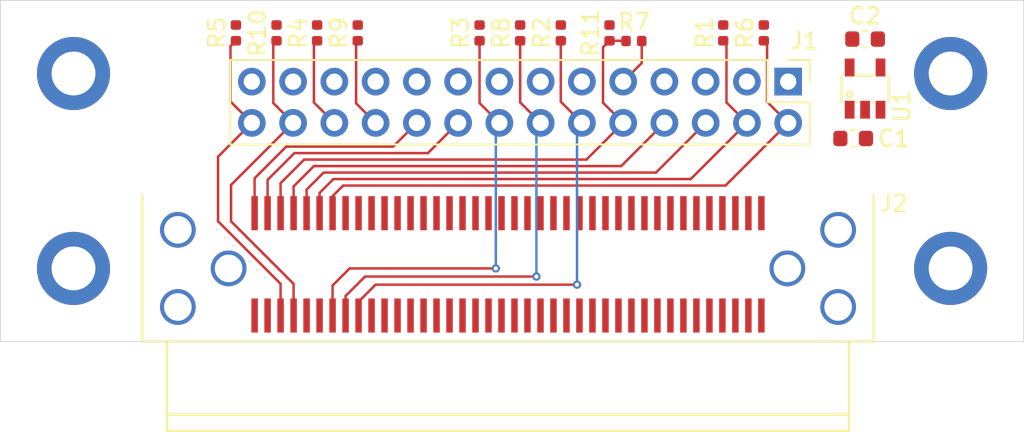
<source format=kicad_pcb>
(kicad_pcb (version 20171130) (host pcbnew 5.1.2-f72e74a~84~ubuntu18.04.1)

  (general
    (thickness 1.6)
    (drawings 4)
    (tracks 86)
    (zones 0)
    (modules 20)
    (nets 76)
  )

  (page A4)
  (layers
    (0 F.Cu signal)
    (31 B.Cu signal)
    (36 B.SilkS user)
    (37 F.SilkS user)
    (38 B.Mask user)
    (39 F.Mask user)
    (44 Edge.Cuts user)
    (45 Margin user)
    (46 B.CrtYd user)
    (47 F.CrtYd user)
  )

  (setup
    (last_trace_width 0.1524)
    (trace_clearance 0.1524)
    (zone_clearance 0.508)
    (zone_45_only no)
    (trace_min 0.1524)
    (via_size 0.508)
    (via_drill 0.254)
    (via_min_size 0.508)
    (via_min_drill 0.254)
    (uvia_size 0.3)
    (uvia_drill 0.1)
    (uvias_allowed no)
    (uvia_min_size 0.2)
    (uvia_min_drill 0.1)
    (edge_width 0.05)
    (segment_width 0.2)
    (pcb_text_width 0.3)
    (pcb_text_size 1.5 1.5)
    (mod_edge_width 0.12)
    (mod_text_size 1 1)
    (mod_text_width 0.15)
    (pad_size 4.5 4.5)
    (pad_drill 2.7)
    (pad_to_mask_clearance 0.051)
    (solder_mask_min_width 0.25)
    (aux_axis_origin 0 0)
    (grid_origin 105 135)
    (visible_elements FFFFFF7F)
    (pcbplotparams
      (layerselection 0x010fc_ffffffff)
      (usegerberextensions false)
      (usegerberattributes false)
      (usegerberadvancedattributes false)
      (creategerberjobfile false)
      (excludeedgelayer true)
      (linewidth 0.100000)
      (plotframeref false)
      (viasonmask false)
      (mode 1)
      (useauxorigin false)
      (hpglpennumber 1)
      (hpglpenspeed 20)
      (hpglpendiameter 15.000000)
      (psnegative false)
      (psa4output false)
      (plotreference true)
      (plotvalue true)
      (plotinvisibletext false)
      (padsonsilk false)
      (subtractmaskfromsilk false)
      (outputformat 1)
      (mirror false)
      (drillshape 1)
      (scaleselection 1)
      (outputdirectory ""))
  )

  (net 0 "")
  (net 1 GND)
  (net 2 +5V)
  (net 3 +3V3)
  (net 4 /~PGA_CS_1)
  (net 5 /~PGA_CS_2)
  (net 6 /~PGA_CS_3)
  (net 7 /~PGA_CS_4)
  (net 8 /FE_SDIO)
  (net 9 /FE_SCLK)
  (net 10 /FE_SCL)
  (net 11 /FE_SDA)
  (net 12 /~PLL_LE)
  (net 13 /~ADC_CS)
  (net 14 /ADC_PLL_SDIO)
  (net 15 /ADC_PLL_SCLK)
  (net 16 /~ADC_RST)
  (net 17 /ADC_PD)
  (net 18 "Net-(J2-Pad75)")
  (net 19 "Net-(J2-Pad74)")
  (net 20 "Net-(J2-Pad73)")
  (net 21 "Net-(J2-Pad72)")
  (net 22 "Net-(J2-Pad71)")
  (net 23 "Net-(J2-Pad70)")
  (net 24 "Net-(J2-Pad69)")
  (net 25 "Net-(J2-Pad68)")
  (net 26 "Net-(J2-Pad67)")
  (net 27 "Net-(J2-Pad66)")
  (net 28 "Net-(J2-Pad65)")
  (net 29 "Net-(J2-Pad64)")
  (net 30 "Net-(J2-Pad63)")
  (net 31 "Net-(J2-Pad62)")
  (net 32 "Net-(J2-Pad61)")
  (net 33 "Net-(J2-Pad60)")
  (net 34 "Net-(J2-Pad59)")
  (net 35 "Net-(J2-Pad58)")
  (net 36 "Net-(J2-Pad57)")
  (net 37 "Net-(J2-Pad56)")
  (net 38 "Net-(J2-Pad55)")
  (net 39 "Net-(J2-Pad54)")
  (net 40 "Net-(J2-Pad53)")
  (net 41 "Net-(J2-Pad52)")
  (net 42 "Net-(J2-Pad51)")
  (net 43 "Net-(J2-Pad50)")
  (net 44 "Net-(J2-Pad31)")
  (net 45 "Net-(J2-Pad30)")
  (net 46 "Net-(J2-Pad29)")
  (net 47 "Net-(J2-Pad28)")
  (net 48 "Net-(J2-Pad27)")
  (net 49 "Net-(J2-Pad26)")
  (net 50 "Net-(J2-Pad25)")
  (net 51 "Net-(J2-Pad24)")
  (net 52 "Net-(J2-Pad23)")
  (net 53 "Net-(J2-Pad22)")
  (net 54 "Net-(J2-Pad1)")
  (net 55 "Net-(J2-Pad2)")
  (net 56 "Net-(J2-Pad3)")
  (net 57 "Net-(J2-Pad4)")
  (net 58 "Net-(J2-Pad5)")
  (net 59 "Net-(J2-Pad6)")
  (net 60 "Net-(J2-Pad7)")
  (net 61 "Net-(J2-Pad8)")
  (net 62 "Net-(J2-Pad9)")
  (net 63 "Net-(J2-Pad10)")
  (net 64 "Net-(J2-Pad11)")
  (net 65 "Net-(J2-Pad12)")
  (net 66 "Net-(J2-Pad13)")
  (net 67 "Net-(J2-Pad14)")
  (net 68 "Net-(J2-Pad15)")
  (net 69 "Net-(J2-Pad16)")
  (net 70 "Net-(J2-Pad17)")
  (net 71 "Net-(J2-Pad18)")
  (net 72 "Net-(J2-Pad19)")
  (net 73 "Net-(J2-Pad21)")
  (net 74 "Net-(J2-Pad20)")
  (net 75 "Net-(U1-Pad4)")

  (net_class Default "This is the default net class."
    (clearance 0.1524)
    (trace_width 0.1524)
    (via_dia 0.508)
    (via_drill 0.254)
    (uvia_dia 0.3)
    (uvia_drill 0.1)
    (add_net +3V3)
    (add_net +5V)
    (add_net /ADC_PD)
    (add_net /ADC_PLL_SCLK)
    (add_net /ADC_PLL_SDIO)
    (add_net /FE_SCL)
    (add_net /FE_SCLK)
    (add_net /FE_SDA)
    (add_net /FE_SDIO)
    (add_net /~ADC_CS)
    (add_net /~ADC_RST)
    (add_net /~PGA_CS_1)
    (add_net /~PGA_CS_2)
    (add_net /~PGA_CS_3)
    (add_net /~PGA_CS_4)
    (add_net /~PLL_LE)
    (add_net GND)
    (add_net "Net-(J2-Pad1)")
    (add_net "Net-(J2-Pad10)")
    (add_net "Net-(J2-Pad11)")
    (add_net "Net-(J2-Pad12)")
    (add_net "Net-(J2-Pad13)")
    (add_net "Net-(J2-Pad14)")
    (add_net "Net-(J2-Pad15)")
    (add_net "Net-(J2-Pad16)")
    (add_net "Net-(J2-Pad17)")
    (add_net "Net-(J2-Pad18)")
    (add_net "Net-(J2-Pad19)")
    (add_net "Net-(J2-Pad2)")
    (add_net "Net-(J2-Pad20)")
    (add_net "Net-(J2-Pad21)")
    (add_net "Net-(J2-Pad22)")
    (add_net "Net-(J2-Pad23)")
    (add_net "Net-(J2-Pad24)")
    (add_net "Net-(J2-Pad25)")
    (add_net "Net-(J2-Pad26)")
    (add_net "Net-(J2-Pad27)")
    (add_net "Net-(J2-Pad28)")
    (add_net "Net-(J2-Pad29)")
    (add_net "Net-(J2-Pad3)")
    (add_net "Net-(J2-Pad30)")
    (add_net "Net-(J2-Pad31)")
    (add_net "Net-(J2-Pad4)")
    (add_net "Net-(J2-Pad5)")
    (add_net "Net-(J2-Pad50)")
    (add_net "Net-(J2-Pad51)")
    (add_net "Net-(J2-Pad52)")
    (add_net "Net-(J2-Pad53)")
    (add_net "Net-(J2-Pad54)")
    (add_net "Net-(J2-Pad55)")
    (add_net "Net-(J2-Pad56)")
    (add_net "Net-(J2-Pad57)")
    (add_net "Net-(J2-Pad58)")
    (add_net "Net-(J2-Pad59)")
    (add_net "Net-(J2-Pad6)")
    (add_net "Net-(J2-Pad60)")
    (add_net "Net-(J2-Pad61)")
    (add_net "Net-(J2-Pad62)")
    (add_net "Net-(J2-Pad63)")
    (add_net "Net-(J2-Pad64)")
    (add_net "Net-(J2-Pad65)")
    (add_net "Net-(J2-Pad66)")
    (add_net "Net-(J2-Pad67)")
    (add_net "Net-(J2-Pad68)")
    (add_net "Net-(J2-Pad69)")
    (add_net "Net-(J2-Pad7)")
    (add_net "Net-(J2-Pad70)")
    (add_net "Net-(J2-Pad71)")
    (add_net "Net-(J2-Pad72)")
    (add_net "Net-(J2-Pad73)")
    (add_net "Net-(J2-Pad74)")
    (add_net "Net-(J2-Pad75)")
    (add_net "Net-(J2-Pad8)")
    (add_net "Net-(J2-Pad9)")
    (add_net "Net-(U1-Pad4)")
  )

  (module Capacitor_SMD:C_0402_1005Metric (layer F.Cu) (tedit 5B301BBE) (tstamp 5D199D1F)
    (at 142.5 116 90)
    (descr "Capacitor SMD 0402 (1005 Metric), square (rectangular) end terminal, IPC_7351 nominal, (Body size source: http://www.tortai-tech.com/upload/download/2011102023233369053.pdf), generated with kicad-footprint-generator")
    (tags capacitor)
    (path /5D1D24C6)
    (attr smd)
    (fp_text reference R11 (at 0 -1.17 90) (layer F.SilkS)
      (effects (font (size 1 1) (thickness 0.15)))
    )
    (fp_text value 10k (at 0 1.17 90) (layer F.Fab)
      (effects (font (size 1 1) (thickness 0.15)))
    )
    (fp_text user %R (at 0 0 90) (layer F.Fab)
      (effects (font (size 0.25 0.25) (thickness 0.04)))
    )
    (fp_line (start 0.93 0.47) (end -0.93 0.47) (layer F.CrtYd) (width 0.05))
    (fp_line (start 0.93 -0.47) (end 0.93 0.47) (layer F.CrtYd) (width 0.05))
    (fp_line (start -0.93 -0.47) (end 0.93 -0.47) (layer F.CrtYd) (width 0.05))
    (fp_line (start -0.93 0.47) (end -0.93 -0.47) (layer F.CrtYd) (width 0.05))
    (fp_line (start 0.5 0.25) (end -0.5 0.25) (layer F.Fab) (width 0.1))
    (fp_line (start 0.5 -0.25) (end 0.5 0.25) (layer F.Fab) (width 0.1))
    (fp_line (start -0.5 -0.25) (end 0.5 -0.25) (layer F.Fab) (width 0.1))
    (fp_line (start -0.5 0.25) (end -0.5 -0.25) (layer F.Fab) (width 0.1))
    (pad 2 smd roundrect (at 0.485 0 90) (size 0.59 0.64) (layers F.Cu F.Paste F.Mask) (roundrect_rratio 0.25)
      (net 3 +3V3))
    (pad 1 smd roundrect (at -0.485 0 90) (size 0.59 0.64) (layers F.Cu F.Paste F.Mask) (roundrect_rratio 0.25)
      (net 13 /~ADC_CS))
    (model ${KISYS3DMOD}/Capacitor_SMD.3dshapes/C_0402_1005Metric.wrl
      (at (xyz 0 0 0))
      (scale (xyz 1 1 1))
      (rotate (xyz 0 0 0))
    )
  )

  (module DSO:FX18-80P-0.8SH (layer F.Cu) (tedit 5B5E0A2F) (tstamp 5D193B4E)
    (at 136.25 130.5 180)
    (path /5D023285)
    (fp_text reference J2 (at -23.75 4) (layer F.SilkS)
      (effects (font (size 1 1) (thickness 0.15)))
    )
    (fp_text value FX18-80P-0.8SH (at -7.5 7) (layer F.Fab)
      (effects (font (size 1 1) (thickness 0.15)))
    )
    (fp_line (start 22.5 4.5) (end 22.5 -4) (layer F.SilkS) (width 0.15))
    (fp_line (start -22.5 4.5) (end -22.5 -4) (layer F.SilkS) (width 0.15))
    (fp_line (start -22.5 -4.5) (end -22.5 -4) (layer F.SilkS) (width 0.15))
    (fp_line (start 22.5 -4.5) (end -22.5 -4.5) (layer F.SilkS) (width 0.15))
    (fp_line (start 22.5 -4) (end 22.5 -4.5) (layer F.SilkS) (width 0.15))
    (fp_line (start -21 -4.5) (end -21 -5) (layer F.SilkS) (width 0.15))
    (fp_line (start 21 -4.5) (end 21 -5) (layer F.SilkS) (width 0.15))
    (fp_line (start 21 -10) (end 21 -4.5) (layer F.SilkS) (width 0.15))
    (fp_line (start -21 -10) (end 21 -10) (layer F.SilkS) (width 0.15))
    (fp_line (start -21 -4.5) (end -21 -10) (layer F.SilkS) (width 0.15))
    (fp_line (start -21 -9) (end 21 -9) (layer F.SilkS) (width 0.15))
    (pad 80 smd rect (at -15.6 -2.9 180) (size 0.4 2.1) (layers F.Cu F.Paste F.Mask)
      (net 1 GND))
    (pad 79 smd rect (at -14.8 -2.9 180) (size 0.4 2.1) (layers F.Cu F.Paste F.Mask)
      (net 1 GND))
    (pad 78 smd rect (at -14 -2.9 180) (size 0.4 2.1) (layers F.Cu F.Paste F.Mask)
      (net 1 GND))
    (pad 77 smd rect (at -13.2 -2.9 180) (size 0.4 2.1) (layers F.Cu F.Paste F.Mask)
      (net 1 GND))
    (pad 76 smd rect (at -12.4 -2.9 180) (size 0.4 2.1) (layers F.Cu F.Paste F.Mask)
      (net 2 +5V))
    (pad 75 smd rect (at -11.6 -2.9 180) (size 0.4 2.1) (layers F.Cu F.Paste F.Mask)
      (net 18 "Net-(J2-Pad75)"))
    (pad 74 smd rect (at -10.8 -2.9 180) (size 0.4 2.1) (layers F.Cu F.Paste F.Mask)
      (net 19 "Net-(J2-Pad74)"))
    (pad 73 smd rect (at -10 -2.9 180) (size 0.4 2.1) (layers F.Cu F.Paste F.Mask)
      (net 20 "Net-(J2-Pad73)"))
    (pad 72 smd rect (at -9.2 -2.9 180) (size 0.4 2.1) (layers F.Cu F.Paste F.Mask)
      (net 21 "Net-(J2-Pad72)"))
    (pad 71 smd rect (at -8.4 -2.9 180) (size 0.4 2.1) (layers F.Cu F.Paste F.Mask)
      (net 22 "Net-(J2-Pad71)"))
    (pad 70 smd rect (at -7.6 -2.9 180) (size 0.4 2.1) (layers F.Cu F.Paste F.Mask)
      (net 23 "Net-(J2-Pad70)"))
    (pad 69 smd rect (at -6.8 -2.9 180) (size 0.4 2.1) (layers F.Cu F.Paste F.Mask)
      (net 24 "Net-(J2-Pad69)"))
    (pad 68 smd rect (at -6 -2.9 180) (size 0.4 2.1) (layers F.Cu F.Paste F.Mask)
      (net 25 "Net-(J2-Pad68)"))
    (pad 67 smd rect (at -5.2 -2.9 180) (size 0.4 2.1) (layers F.Cu F.Paste F.Mask)
      (net 26 "Net-(J2-Pad67)"))
    (pad 66 smd rect (at -4.4 -2.9 180) (size 0.4 2.1) (layers F.Cu F.Paste F.Mask)
      (net 27 "Net-(J2-Pad66)"))
    (pad 65 smd rect (at -3.6 -2.9 180) (size 0.4 2.1) (layers F.Cu F.Paste F.Mask)
      (net 28 "Net-(J2-Pad65)"))
    (pad 64 smd rect (at -2.8 -2.9 180) (size 0.4 2.1) (layers F.Cu F.Paste F.Mask)
      (net 29 "Net-(J2-Pad64)"))
    (pad 63 smd rect (at -2 -2.9 180) (size 0.4 2.1) (layers F.Cu F.Paste F.Mask)
      (net 30 "Net-(J2-Pad63)"))
    (pad 62 smd rect (at -1.2 -2.9 180) (size 0.4 2.1) (layers F.Cu F.Paste F.Mask)
      (net 31 "Net-(J2-Pad62)"))
    (pad 61 smd rect (at -0.4 -2.9 180) (size 0.4 2.1) (layers F.Cu F.Paste F.Mask)
      (net 32 "Net-(J2-Pad61)"))
    (pad 60 smd rect (at 0.4 -2.9 180) (size 0.4 2.1) (layers F.Cu F.Paste F.Mask)
      (net 33 "Net-(J2-Pad60)"))
    (pad 59 smd rect (at 1.2 -2.9 180) (size 0.4 2.1) (layers F.Cu F.Paste F.Mask)
      (net 34 "Net-(J2-Pad59)"))
    (pad 58 smd rect (at 2 -2.9 180) (size 0.4 2.1) (layers F.Cu F.Paste F.Mask)
      (net 35 "Net-(J2-Pad58)"))
    (pad 57 smd rect (at 2.8 -2.9 180) (size 0.4 2.1) (layers F.Cu F.Paste F.Mask)
      (net 36 "Net-(J2-Pad57)"))
    (pad 56 smd rect (at 3.6 -2.9 180) (size 0.4 2.1) (layers F.Cu F.Paste F.Mask)
      (net 37 "Net-(J2-Pad56)"))
    (pad 55 smd rect (at 4.4 -2.9 180) (size 0.4 2.1) (layers F.Cu F.Paste F.Mask)
      (net 38 "Net-(J2-Pad55)"))
    (pad 54 smd rect (at 5.2 -2.9 180) (size 0.4 2.1) (layers F.Cu F.Paste F.Mask)
      (net 39 "Net-(J2-Pad54)"))
    (pad 53 smd rect (at 6 -2.9 180) (size 0.4 2.1) (layers F.Cu F.Paste F.Mask)
      (net 40 "Net-(J2-Pad53)"))
    (pad 52 smd rect (at 6.8 -2.9 180) (size 0.4 2.1) (layers F.Cu F.Paste F.Mask)
      (net 41 "Net-(J2-Pad52)"))
    (pad 51 smd rect (at 7.6 -2.9 180) (size 0.4 2.1) (layers F.Cu F.Paste F.Mask)
      (net 42 "Net-(J2-Pad51)"))
    (pad 50 smd rect (at 8.4 -2.9 180) (size 0.4 2.1) (layers F.Cu F.Paste F.Mask)
      (net 43 "Net-(J2-Pad50)"))
    (pad 49 smd rect (at 9.2 -2.9 180) (size 0.4 2.1) (layers F.Cu F.Paste F.Mask)
      (net 12 /~PLL_LE))
    (pad 48 smd rect (at 10 -2.9 180) (size 0.4 2.1) (layers F.Cu F.Paste F.Mask)
      (net 11 /FE_SDA))
    (pad 47 smd rect (at 10.8 -2.9 180) (size 0.4 2.1) (layers F.Cu F.Paste F.Mask)
      (net 10 /FE_SCL))
    (pad 46 smd rect (at 11.6 -2.9 180) (size 0.4 2.1) (layers F.Cu F.Paste F.Mask)
      (net 7 /~PGA_CS_4))
    (pad 45 smd rect (at 12.4 -2.9 180) (size 0.4 2.1) (layers F.Cu F.Paste F.Mask)
      (net 6 /~PGA_CS_3))
    (pad 44 smd rect (at 13.2 -2.9 180) (size 0.4 2.1) (layers F.Cu F.Paste F.Mask)
      (net 5 /~PGA_CS_2))
    (pad 43 smd rect (at 14 -2.9 180) (size 0.4 2.1) (layers F.Cu F.Paste F.Mask)
      (net 4 /~PGA_CS_1))
    (pad 42 smd rect (at 14.8 -2.9 180) (size 0.4 2.1) (layers F.Cu F.Paste F.Mask)
      (net 1 GND))
    (pad 41 smd rect (at 15.6 -2.9 180) (size 0.4 2.1) (layers F.Cu F.Paste F.Mask)
      (net 1 GND))
    (pad 40 smd rect (at 15.6 3.4 180) (size 0.4 2.1) (layers F.Cu F.Paste F.Mask)
      (net 8 /FE_SDIO))
    (pad 39 smd rect (at 14.8 3.4 180) (size 0.4 2.1) (layers F.Cu F.Paste F.Mask)
      (net 9 /FE_SCLK))
    (pad 38 smd rect (at 14 3.4 180) (size 0.4 2.1) (layers F.Cu F.Paste F.Mask)
      (net 13 /~ADC_CS))
    (pad 37 smd rect (at 13.2 3.4 180) (size 0.4 2.1) (layers F.Cu F.Paste F.Mask)
      (net 14 /ADC_PLL_SDIO))
    (pad 36 smd rect (at 12.4 3.4 180) (size 0.4 2.1) (layers F.Cu F.Paste F.Mask)
      (net 15 /ADC_PLL_SCLK))
    (pad 35 smd rect (at 11.6 3.4 180) (size 0.4 2.1) (layers F.Cu F.Paste F.Mask)
      (net 16 /~ADC_RST))
    (pad 34 smd rect (at 10.8 3.4 180) (size 0.4 2.1) (layers F.Cu F.Paste F.Mask)
      (net 17 /ADC_PD))
    (pad 33 smd rect (at 10 3.4 180) (size 0.4 2.1) (layers F.Cu F.Paste F.Mask)
      (net 1 GND))
    (pad 32 smd rect (at 9.2 3.4 180) (size 0.4 2.1) (layers F.Cu F.Paste F.Mask)
      (net 1 GND))
    (pad 31 smd rect (at 8.4 3.4 180) (size 0.4 2.1) (layers F.Cu F.Paste F.Mask)
      (net 44 "Net-(J2-Pad31)"))
    (pad 30 smd rect (at 7.6 3.4 180) (size 0.4 2.1) (layers F.Cu F.Paste F.Mask)
      (net 45 "Net-(J2-Pad30)"))
    (pad 29 smd rect (at 6.8 3.4 180) (size 0.4 2.1) (layers F.Cu F.Paste F.Mask)
      (net 46 "Net-(J2-Pad29)"))
    (pad 28 smd rect (at 6 3.4 180) (size 0.4 2.1) (layers F.Cu F.Paste F.Mask)
      (net 47 "Net-(J2-Pad28)"))
    (pad 27 smd rect (at 5.2 3.4 180) (size 0.4 2.1) (layers F.Cu F.Paste F.Mask)
      (net 48 "Net-(J2-Pad27)"))
    (pad 26 smd rect (at 4.4 3.4 180) (size 0.4 2.1) (layers F.Cu F.Paste F.Mask)
      (net 49 "Net-(J2-Pad26)"))
    (pad 25 smd rect (at 3.6 3.4 180) (size 0.4 2.1) (layers F.Cu F.Paste F.Mask)
      (net 50 "Net-(J2-Pad25)"))
    (pad 24 smd rect (at 2.8 3.4 180) (size 0.4 2.1) (layers F.Cu F.Paste F.Mask)
      (net 51 "Net-(J2-Pad24)"))
    (pad 23 smd rect (at 2 3.4 180) (size 0.4 2.1) (layers F.Cu F.Paste F.Mask)
      (net 52 "Net-(J2-Pad23)"))
    (pad 22 smd rect (at 1.2 3.4 180) (size 0.4 2.1) (layers F.Cu F.Paste F.Mask)
      (net 53 "Net-(J2-Pad22)"))
    (pad 1 smd rect (at -15.6 3.4 180) (size 0.4 2.1) (layers F.Cu F.Paste F.Mask)
      (net 54 "Net-(J2-Pad1)"))
    (pad 2 smd rect (at -14.8 3.4 180) (size 0.4 2.1) (layers F.Cu F.Paste F.Mask)
      (net 55 "Net-(J2-Pad2)"))
    (pad 3 smd rect (at -14 3.4 180) (size 0.4 2.1) (layers F.Cu F.Paste F.Mask)
      (net 56 "Net-(J2-Pad3)"))
    (pad 4 smd rect (at -13.2 3.4 180) (size 0.4 2.1) (layers F.Cu F.Paste F.Mask)
      (net 57 "Net-(J2-Pad4)"))
    (pad 5 smd rect (at -12.4 3.4 180) (size 0.4 2.1) (layers F.Cu F.Paste F.Mask)
      (net 58 "Net-(J2-Pad5)"))
    (pad 6 smd rect (at -11.6 3.4 180) (size 0.4 2.1) (layers F.Cu F.Paste F.Mask)
      (net 59 "Net-(J2-Pad6)"))
    (pad 7 smd rect (at -10.8 3.4 180) (size 0.4 2.1) (layers F.Cu F.Paste F.Mask)
      (net 60 "Net-(J2-Pad7)"))
    (pad 8 smd rect (at -10 3.4 180) (size 0.4 2.1) (layers F.Cu F.Paste F.Mask)
      (net 61 "Net-(J2-Pad8)"))
    (pad 9 smd rect (at -9.2 3.4 180) (size 0.4 2.1) (layers F.Cu F.Paste F.Mask)
      (net 62 "Net-(J2-Pad9)"))
    (pad 10 smd rect (at -8.4 3.4 180) (size 0.4 2.1) (layers F.Cu F.Paste F.Mask)
      (net 63 "Net-(J2-Pad10)"))
    (pad 11 smd rect (at -7.6 3.4 180) (size 0.4 2.1) (layers F.Cu F.Paste F.Mask)
      (net 64 "Net-(J2-Pad11)"))
    (pad 12 smd rect (at -6.8 3.4 180) (size 0.4 2.1) (layers F.Cu F.Paste F.Mask)
      (net 65 "Net-(J2-Pad12)"))
    (pad 13 smd rect (at -6 3.4 180) (size 0.4 2.1) (layers F.Cu F.Paste F.Mask)
      (net 66 "Net-(J2-Pad13)"))
    (pad 14 smd rect (at -5.2 3.4 180) (size 0.4 2.1) (layers F.Cu F.Paste F.Mask)
      (net 67 "Net-(J2-Pad14)"))
    (pad 15 smd rect (at -4.4 3.4 180) (size 0.4 2.1) (layers F.Cu F.Paste F.Mask)
      (net 68 "Net-(J2-Pad15)"))
    (pad 16 smd rect (at -3.6 3.4 180) (size 0.4 2.1) (layers F.Cu F.Paste F.Mask)
      (net 69 "Net-(J2-Pad16)"))
    (pad 17 smd rect (at -2.8 3.4 180) (size 0.4 2.1) (layers F.Cu F.Paste F.Mask)
      (net 70 "Net-(J2-Pad17)"))
    (pad 18 smd rect (at -2 3.4 180) (size 0.4 2.1) (layers F.Cu F.Paste F.Mask)
      (net 71 "Net-(J2-Pad18)"))
    (pad 19 smd rect (at -1.2 3.4 180) (size 0.4 2.1) (layers F.Cu F.Paste F.Mask)
      (net 72 "Net-(J2-Pad19)"))
    (pad 21 smd rect (at 0.4 3.4 180) (size 0.4 2.1) (layers F.Cu F.Paste F.Mask)
      (net 73 "Net-(J2-Pad21)"))
    (pad 20 smd rect (at -0.4 3.4 180) (size 0.4 2.1) (layers F.Cu F.Paste F.Mask)
      (net 74 "Net-(J2-Pad20)"))
    (pad SHLD thru_hole oval (at 20.325 2.375 180) (size 2.2 2.2) (drill 1.7) (layers *.Cu *.Mask)
      (net 1 GND))
    (pad SHLD thru_hole oval (at 20.325 -2.375 180) (size 2.2 2.2) (drill 1.7) (layers *.Cu *.Mask)
      (net 1 GND))
    (pad SHLD thru_hole oval (at -20.325 -2.375 180) (size 2.2 2.2) (drill 1.7) (layers *.Cu *.Mask)
      (net 1 GND))
    (pad SHLD thru_hole oval (at -20.325 2.375 180) (size 2.2 2.2) (drill 1.7) (layers *.Cu *.Mask)
      (net 1 GND))
    (pad SHLD thru_hole oval (at -17.2 0 180) (size 2.2 2.2) (drill 1.7) (layers *.Cu *.Mask)
      (net 1 GND))
    (pad SHLD thru_hole oval (at 17.2 0 180) (size 2.2 2.2) (drill 1.7) (layers *.Cu *.Mask)
      (net 1 GND))
  )

  (module DSO:SOT-23-5 (layer F.Cu) (tedit 5B12FFF8) (tstamp 5D130846)
    (at 158.234 119.43 90)
    (path /5D0BAE1E)
    (solder_mask_margin 0.05)
    (fp_text reference U1 (at -1.07 2.266 90) (layer F.SilkS)
      (effects (font (size 1 1) (thickness 0.15)))
    )
    (fp_text value LP2980-3.3 (at 0 -3.2 90) (layer F.Fab)
      (effects (font (size 1 1) (thickness 0.15)))
    )
    (fp_line (start 0 -1.45) (end 0.8 -1.45) (layer F.SilkS) (width 0.15))
    (fp_line (start 0 -1.45) (end -0.8 -1.45) (layer F.SilkS) (width 0.15))
    (fp_line (start -0.8 1.45) (end 0.8 1.45) (layer F.SilkS) (width 0.15))
    (fp_line (start -0.8 -0.55) (end -0.8 -0.45) (layer F.SilkS) (width 0.15))
    (fp_line (start -0.8 0.4) (end -0.8 0.5) (layer F.SilkS) (width 0.15))
    (fp_line (start 0.8 -0.55) (end 0.8 0.5) (layer F.SilkS) (width 0.15))
    (fp_circle (center -0.35 -0.95) (end -0.2 -1.05) (layer F.SilkS) (width 0.15))
    (pad 1 smd rect (at -1.3 -0.95 90) (size 1.1 0.6) (layers F.Cu F.Paste F.Mask)
      (net 2 +5V))
    (pad 2 smd rect (at -1.3 0 90) (size 1.1 0.6) (layers F.Cu F.Paste F.Mask)
      (net 1 GND))
    (pad 3 smd rect (at -1.3 0.95 90) (size 1.1 0.6) (layers F.Cu F.Paste F.Mask)
      (net 2 +5V))
    (pad 4 smd rect (at 1.3 0.95 90) (size 1.1 0.6) (layers F.Cu F.Paste F.Mask)
      (net 75 "Net-(U1-Pad4)"))
    (pad 5 smd rect (at 1.3 -0.95 90) (size 1.1 0.6) (layers F.Cu F.Paste F.Mask)
      (net 3 +3V3))
  )

  (module Capacitor_SMD:C_0402_1005Metric (layer F.Cu) (tedit 5B301BBE) (tstamp 5D130836)
    (at 122 116 90)
    (descr "Capacitor SMD 0402 (1005 Metric), square (rectangular) end terminal, IPC_7351 nominal, (Body size source: http://www.tortai-tech.com/upload/download/2011102023233369053.pdf), generated with kicad-footprint-generator")
    (tags capacitor)
    (path /5D119B56)
    (attr smd)
    (fp_text reference R10 (at 0 -1.17 90) (layer F.SilkS)
      (effects (font (size 1 1) (thickness 0.15)))
    )
    (fp_text value 10k (at 0 1.17 90) (layer F.Fab)
      (effects (font (size 1 1) (thickness 0.15)))
    )
    (fp_text user %R (at 0 0 90) (layer F.Fab)
      (effects (font (size 0.25 0.25) (thickness 0.04)))
    )
    (fp_line (start 0.93 0.47) (end -0.93 0.47) (layer F.CrtYd) (width 0.05))
    (fp_line (start 0.93 -0.47) (end 0.93 0.47) (layer F.CrtYd) (width 0.05))
    (fp_line (start -0.93 -0.47) (end 0.93 -0.47) (layer F.CrtYd) (width 0.05))
    (fp_line (start -0.93 0.47) (end -0.93 -0.47) (layer F.CrtYd) (width 0.05))
    (fp_line (start 0.5 0.25) (end -0.5 0.25) (layer F.Fab) (width 0.1))
    (fp_line (start 0.5 -0.25) (end 0.5 0.25) (layer F.Fab) (width 0.1))
    (fp_line (start -0.5 -0.25) (end 0.5 -0.25) (layer F.Fab) (width 0.1))
    (fp_line (start -0.5 0.25) (end -0.5 -0.25) (layer F.Fab) (width 0.1))
    (pad 2 smd roundrect (at 0.485 0 90) (size 0.59 0.64) (layers F.Cu F.Paste F.Mask) (roundrect_rratio 0.25)
      (net 3 +3V3))
    (pad 1 smd roundrect (at -0.485 0 90) (size 0.59 0.64) (layers F.Cu F.Paste F.Mask) (roundrect_rratio 0.25)
      (net 5 /~PGA_CS_2))
    (model ${KISYS3DMOD}/Capacitor_SMD.3dshapes/C_0402_1005Metric.wrl
      (at (xyz 0 0 0))
      (scale (xyz 1 1 1))
      (rotate (xyz 0 0 0))
    )
  )

  (module Capacitor_SMD:C_0402_1005Metric (layer F.Cu) (tedit 5B301BBE) (tstamp 5D19905E)
    (at 127 116 90)
    (descr "Capacitor SMD 0402 (1005 Metric), square (rectangular) end terminal, IPC_7351 nominal, (Body size source: http://www.tortai-tech.com/upload/download/2011102023233369053.pdf), generated with kicad-footprint-generator")
    (tags capacitor)
    (path /5D119E74)
    (attr smd)
    (fp_text reference R9 (at 0 -1.17 90) (layer F.SilkS)
      (effects (font (size 1 1) (thickness 0.15)))
    )
    (fp_text value 10k (at 0 1.17 90) (layer F.Fab)
      (effects (font (size 1 1) (thickness 0.15)))
    )
    (fp_text user %R (at 0 0 90) (layer F.Fab)
      (effects (font (size 0.25 0.25) (thickness 0.04)))
    )
    (fp_line (start 0.93 0.47) (end -0.93 0.47) (layer F.CrtYd) (width 0.05))
    (fp_line (start 0.93 -0.47) (end 0.93 0.47) (layer F.CrtYd) (width 0.05))
    (fp_line (start -0.93 -0.47) (end 0.93 -0.47) (layer F.CrtYd) (width 0.05))
    (fp_line (start -0.93 0.47) (end -0.93 -0.47) (layer F.CrtYd) (width 0.05))
    (fp_line (start 0.5 0.25) (end -0.5 0.25) (layer F.Fab) (width 0.1))
    (fp_line (start 0.5 -0.25) (end 0.5 0.25) (layer F.Fab) (width 0.1))
    (fp_line (start -0.5 -0.25) (end 0.5 -0.25) (layer F.Fab) (width 0.1))
    (fp_line (start -0.5 0.25) (end -0.5 -0.25) (layer F.Fab) (width 0.1))
    (pad 2 smd roundrect (at 0.485 0 90) (size 0.59 0.64) (layers F.Cu F.Paste F.Mask) (roundrect_rratio 0.25)
      (net 3 +3V3))
    (pad 1 smd roundrect (at -0.485 0 90) (size 0.59 0.64) (layers F.Cu F.Paste F.Mask) (roundrect_rratio 0.25)
      (net 7 /~PGA_CS_4))
    (model ${KISYS3DMOD}/Capacitor_SMD.3dshapes/C_0402_1005Metric.wrl
      (at (xyz 0 0 0))
      (scale (xyz 1 1 1))
      (rotate (xyz 0 0 0))
    )
  )

  (module Capacitor_SMD:C_0402_1005Metric (layer F.Cu) (tedit 5B301BBE) (tstamp 5D130818)
    (at 137 116 90)
    (descr "Capacitor SMD 0402 (1005 Metric), square (rectangular) end terminal, IPC_7351 nominal, (Body size source: http://www.tortai-tech.com/upload/download/2011102023233369053.pdf), generated with kicad-footprint-generator")
    (tags capacitor)
    (path /5D11A265)
    (attr smd)
    (fp_text reference R8 (at 0 -1.17 90) (layer F.SilkS)
      (effects (font (size 1 1) (thickness 0.15)))
    )
    (fp_text value 10k (at 0 1.17 90) (layer F.Fab)
      (effects (font (size 1 1) (thickness 0.15)))
    )
    (fp_text user %R (at 0 0 90) (layer F.Fab)
      (effects (font (size 0.25 0.25) (thickness 0.04)))
    )
    (fp_line (start 0.93 0.47) (end -0.93 0.47) (layer F.CrtYd) (width 0.05))
    (fp_line (start 0.93 -0.47) (end 0.93 0.47) (layer F.CrtYd) (width 0.05))
    (fp_line (start -0.93 -0.47) (end 0.93 -0.47) (layer F.CrtYd) (width 0.05))
    (fp_line (start -0.93 0.47) (end -0.93 -0.47) (layer F.CrtYd) (width 0.05))
    (fp_line (start 0.5 0.25) (end -0.5 0.25) (layer F.Fab) (width 0.1))
    (fp_line (start 0.5 -0.25) (end 0.5 0.25) (layer F.Fab) (width 0.1))
    (fp_line (start -0.5 -0.25) (end 0.5 -0.25) (layer F.Fab) (width 0.1))
    (fp_line (start -0.5 0.25) (end -0.5 -0.25) (layer F.Fab) (width 0.1))
    (pad 2 smd roundrect (at 0.485 0 90) (size 0.59 0.64) (layers F.Cu F.Paste F.Mask) (roundrect_rratio 0.25)
      (net 3 +3V3))
    (pad 1 smd roundrect (at -0.485 0 90) (size 0.59 0.64) (layers F.Cu F.Paste F.Mask) (roundrect_rratio 0.25)
      (net 11 /FE_SDA))
    (model ${KISYS3DMOD}/Capacitor_SMD.3dshapes/C_0402_1005Metric.wrl
      (at (xyz 0 0 0))
      (scale (xyz 1 1 1))
      (rotate (xyz 0 0 0))
    )
  )

  (module Capacitor_SMD:C_0402_1005Metric (layer F.Cu) (tedit 5B301BBE) (tstamp 5D130809)
    (at 144 116.5)
    (descr "Capacitor SMD 0402 (1005 Metric), square (rectangular) end terminal, IPC_7351 nominal, (Body size source: http://www.tortai-tech.com/upload/download/2011102023233369053.pdf), generated with kicad-footprint-generator")
    (tags capacitor)
    (path /5D11A6A0)
    (attr smd)
    (fp_text reference R7 (at 0 -1.17) (layer F.SilkS)
      (effects (font (size 1 1) (thickness 0.15)))
    )
    (fp_text value 10k (at 0 1.17) (layer F.Fab)
      (effects (font (size 1 1) (thickness 0.15)))
    )
    (fp_text user %R (at 0 0) (layer F.Fab)
      (effects (font (size 0.25 0.25) (thickness 0.04)))
    )
    (fp_line (start 0.93 0.47) (end -0.93 0.47) (layer F.CrtYd) (width 0.05))
    (fp_line (start 0.93 -0.47) (end 0.93 0.47) (layer F.CrtYd) (width 0.05))
    (fp_line (start -0.93 -0.47) (end 0.93 -0.47) (layer F.CrtYd) (width 0.05))
    (fp_line (start -0.93 0.47) (end -0.93 -0.47) (layer F.CrtYd) (width 0.05))
    (fp_line (start 0.5 0.25) (end -0.5 0.25) (layer F.Fab) (width 0.1))
    (fp_line (start 0.5 -0.25) (end 0.5 0.25) (layer F.Fab) (width 0.1))
    (fp_line (start -0.5 -0.25) (end 0.5 -0.25) (layer F.Fab) (width 0.1))
    (fp_line (start -0.5 0.25) (end -0.5 -0.25) (layer F.Fab) (width 0.1))
    (pad 2 smd roundrect (at 0.485 0) (size 0.59 0.64) (layers F.Cu F.Paste F.Mask) (roundrect_rratio 0.25)
      (net 1 GND))
    (pad 1 smd roundrect (at -0.485 0) (size 0.59 0.64) (layers F.Cu F.Paste F.Mask) (roundrect_rratio 0.25)
      (net 13 /~ADC_CS))
    (model ${KISYS3DMOD}/Capacitor_SMD.3dshapes/C_0402_1005Metric.wrl
      (at (xyz 0 0 0))
      (scale (xyz 1 1 1))
      (rotate (xyz 0 0 0))
    )
  )

  (module Capacitor_SMD:C_0402_1005Metric (layer F.Cu) (tedit 5B301BBE) (tstamp 5D1307FA)
    (at 152 116 90)
    (descr "Capacitor SMD 0402 (1005 Metric), square (rectangular) end terminal, IPC_7351 nominal, (Body size source: http://www.tortai-tech.com/upload/download/2011102023233369053.pdf), generated with kicad-footprint-generator")
    (tags capacitor)
    (path /5D11AA3B)
    (attr smd)
    (fp_text reference R6 (at 0 -1.17 90) (layer F.SilkS)
      (effects (font (size 1 1) (thickness 0.15)))
    )
    (fp_text value 10k (at 0 1.17 90) (layer F.Fab)
      (effects (font (size 1 1) (thickness 0.15)))
    )
    (fp_text user %R (at 0 0 90) (layer F.Fab)
      (effects (font (size 0.25 0.25) (thickness 0.04)))
    )
    (fp_line (start 0.93 0.47) (end -0.93 0.47) (layer F.CrtYd) (width 0.05))
    (fp_line (start 0.93 -0.47) (end 0.93 0.47) (layer F.CrtYd) (width 0.05))
    (fp_line (start -0.93 -0.47) (end 0.93 -0.47) (layer F.CrtYd) (width 0.05))
    (fp_line (start -0.93 0.47) (end -0.93 -0.47) (layer F.CrtYd) (width 0.05))
    (fp_line (start 0.5 0.25) (end -0.5 0.25) (layer F.Fab) (width 0.1))
    (fp_line (start 0.5 -0.25) (end 0.5 0.25) (layer F.Fab) (width 0.1))
    (fp_line (start -0.5 -0.25) (end 0.5 -0.25) (layer F.Fab) (width 0.1))
    (fp_line (start -0.5 0.25) (end -0.5 -0.25) (layer F.Fab) (width 0.1))
    (pad 2 smd roundrect (at 0.485 0 90) (size 0.59 0.64) (layers F.Cu F.Paste F.Mask) (roundrect_rratio 0.25)
      (net 3 +3V3))
    (pad 1 smd roundrect (at -0.485 0 90) (size 0.59 0.64) (layers F.Cu F.Paste F.Mask) (roundrect_rratio 0.25)
      (net 17 /ADC_PD))
    (model ${KISYS3DMOD}/Capacitor_SMD.3dshapes/C_0402_1005Metric.wrl
      (at (xyz 0 0 0))
      (scale (xyz 1 1 1))
      (rotate (xyz 0 0 0))
    )
  )

  (module Capacitor_SMD:C_0402_1005Metric (layer F.Cu) (tedit 5B301BBE) (tstamp 5D1307EB)
    (at 119.5 116 90)
    (descr "Capacitor SMD 0402 (1005 Metric), square (rectangular) end terminal, IPC_7351 nominal, (Body size source: http://www.tortai-tech.com/upload/download/2011102023233369053.pdf), generated with kicad-footprint-generator")
    (tags capacitor)
    (path /5D117FDD)
    (attr smd)
    (fp_text reference R5 (at 0 -1.17 90) (layer F.SilkS)
      (effects (font (size 1 1) (thickness 0.15)))
    )
    (fp_text value 10k (at 0 1.17 90) (layer F.Fab)
      (effects (font (size 1 1) (thickness 0.15)))
    )
    (fp_text user %R (at 0 0 90) (layer F.Fab)
      (effects (font (size 0.25 0.25) (thickness 0.04)))
    )
    (fp_line (start 0.93 0.47) (end -0.93 0.47) (layer F.CrtYd) (width 0.05))
    (fp_line (start 0.93 -0.47) (end 0.93 0.47) (layer F.CrtYd) (width 0.05))
    (fp_line (start -0.93 -0.47) (end 0.93 -0.47) (layer F.CrtYd) (width 0.05))
    (fp_line (start -0.93 0.47) (end -0.93 -0.47) (layer F.CrtYd) (width 0.05))
    (fp_line (start 0.5 0.25) (end -0.5 0.25) (layer F.Fab) (width 0.1))
    (fp_line (start 0.5 -0.25) (end 0.5 0.25) (layer F.Fab) (width 0.1))
    (fp_line (start -0.5 -0.25) (end 0.5 -0.25) (layer F.Fab) (width 0.1))
    (fp_line (start -0.5 0.25) (end -0.5 -0.25) (layer F.Fab) (width 0.1))
    (pad 2 smd roundrect (at 0.485 0 90) (size 0.59 0.64) (layers F.Cu F.Paste F.Mask) (roundrect_rratio 0.25)
      (net 3 +3V3))
    (pad 1 smd roundrect (at -0.485 0 90) (size 0.59 0.64) (layers F.Cu F.Paste F.Mask) (roundrect_rratio 0.25)
      (net 4 /~PGA_CS_1))
    (model ${KISYS3DMOD}/Capacitor_SMD.3dshapes/C_0402_1005Metric.wrl
      (at (xyz 0 0 0))
      (scale (xyz 1 1 1))
      (rotate (xyz 0 0 0))
    )
  )

  (module Capacitor_SMD:C_0402_1005Metric (layer F.Cu) (tedit 5B301BBE) (tstamp 5D1307DC)
    (at 124.5 116 90)
    (descr "Capacitor SMD 0402 (1005 Metric), square (rectangular) end terminal, IPC_7351 nominal, (Body size source: http://www.tortai-tech.com/upload/download/2011102023233369053.pdf), generated with kicad-footprint-generator")
    (tags capacitor)
    (path /5D117BFC)
    (attr smd)
    (fp_text reference R4 (at 0 -1.17 90) (layer F.SilkS)
      (effects (font (size 1 1) (thickness 0.15)))
    )
    (fp_text value 10k (at 0 1.17 90) (layer F.Fab)
      (effects (font (size 1 1) (thickness 0.15)))
    )
    (fp_text user %R (at 0 0 90) (layer F.Fab)
      (effects (font (size 0.25 0.25) (thickness 0.04)))
    )
    (fp_line (start 0.93 0.47) (end -0.93 0.47) (layer F.CrtYd) (width 0.05))
    (fp_line (start 0.93 -0.47) (end 0.93 0.47) (layer F.CrtYd) (width 0.05))
    (fp_line (start -0.93 -0.47) (end 0.93 -0.47) (layer F.CrtYd) (width 0.05))
    (fp_line (start -0.93 0.47) (end -0.93 -0.47) (layer F.CrtYd) (width 0.05))
    (fp_line (start 0.5 0.25) (end -0.5 0.25) (layer F.Fab) (width 0.1))
    (fp_line (start 0.5 -0.25) (end 0.5 0.25) (layer F.Fab) (width 0.1))
    (fp_line (start -0.5 -0.25) (end 0.5 -0.25) (layer F.Fab) (width 0.1))
    (fp_line (start -0.5 0.25) (end -0.5 -0.25) (layer F.Fab) (width 0.1))
    (pad 2 smd roundrect (at 0.485 0 90) (size 0.59 0.64) (layers F.Cu F.Paste F.Mask) (roundrect_rratio 0.25)
      (net 3 +3V3))
    (pad 1 smd roundrect (at -0.485 0 90) (size 0.59 0.64) (layers F.Cu F.Paste F.Mask) (roundrect_rratio 0.25)
      (net 6 /~PGA_CS_3))
    (model ${KISYS3DMOD}/Capacitor_SMD.3dshapes/C_0402_1005Metric.wrl
      (at (xyz 0 0 0))
      (scale (xyz 1 1 1))
      (rotate (xyz 0 0 0))
    )
  )

  (module Capacitor_SMD:C_0402_1005Metric (layer F.Cu) (tedit 5B301BBE) (tstamp 5D1307CD)
    (at 134.5 116 90)
    (descr "Capacitor SMD 0402 (1005 Metric), square (rectangular) end terminal, IPC_7351 nominal, (Body size source: http://www.tortai-tech.com/upload/download/2011102023233369053.pdf), generated with kicad-footprint-generator")
    (tags capacitor)
    (path /5D11785B)
    (attr smd)
    (fp_text reference R3 (at 0 -1.17 90) (layer F.SilkS)
      (effects (font (size 1 1) (thickness 0.15)))
    )
    (fp_text value 10k (at 0 1.17 90) (layer F.Fab)
      (effects (font (size 1 1) (thickness 0.15)))
    )
    (fp_text user %R (at 0 0 90) (layer F.Fab)
      (effects (font (size 0.25 0.25) (thickness 0.04)))
    )
    (fp_line (start 0.93 0.47) (end -0.93 0.47) (layer F.CrtYd) (width 0.05))
    (fp_line (start 0.93 -0.47) (end 0.93 0.47) (layer F.CrtYd) (width 0.05))
    (fp_line (start -0.93 -0.47) (end 0.93 -0.47) (layer F.CrtYd) (width 0.05))
    (fp_line (start -0.93 0.47) (end -0.93 -0.47) (layer F.CrtYd) (width 0.05))
    (fp_line (start 0.5 0.25) (end -0.5 0.25) (layer F.Fab) (width 0.1))
    (fp_line (start 0.5 -0.25) (end 0.5 0.25) (layer F.Fab) (width 0.1))
    (fp_line (start -0.5 -0.25) (end 0.5 -0.25) (layer F.Fab) (width 0.1))
    (fp_line (start -0.5 0.25) (end -0.5 -0.25) (layer F.Fab) (width 0.1))
    (pad 2 smd roundrect (at 0.485 0 90) (size 0.59 0.64) (layers F.Cu F.Paste F.Mask) (roundrect_rratio 0.25)
      (net 3 +3V3))
    (pad 1 smd roundrect (at -0.485 0 90) (size 0.59 0.64) (layers F.Cu F.Paste F.Mask) (roundrect_rratio 0.25)
      (net 10 /FE_SCL))
    (model ${KISYS3DMOD}/Capacitor_SMD.3dshapes/C_0402_1005Metric.wrl
      (at (xyz 0 0 0))
      (scale (xyz 1 1 1))
      (rotate (xyz 0 0 0))
    )
  )

  (module Capacitor_SMD:C_0402_1005Metric (layer F.Cu) (tedit 5B301BBE) (tstamp 5D1307BE)
    (at 139.5 116 90)
    (descr "Capacitor SMD 0402 (1005 Metric), square (rectangular) end terminal, IPC_7351 nominal, (Body size source: http://www.tortai-tech.com/upload/download/2011102023233369053.pdf), generated with kicad-footprint-generator")
    (tags capacitor)
    (path /5D11740F)
    (attr smd)
    (fp_text reference R2 (at 0 -1.17 90) (layer F.SilkS)
      (effects (font (size 1 1) (thickness 0.15)))
    )
    (fp_text value 10k (at 0 1.17 90) (layer F.Fab)
      (effects (font (size 1 1) (thickness 0.15)))
    )
    (fp_text user %R (at 0 0 90) (layer F.Fab)
      (effects (font (size 0.25 0.25) (thickness 0.04)))
    )
    (fp_line (start 0.93 0.47) (end -0.93 0.47) (layer F.CrtYd) (width 0.05))
    (fp_line (start 0.93 -0.47) (end 0.93 0.47) (layer F.CrtYd) (width 0.05))
    (fp_line (start -0.93 -0.47) (end 0.93 -0.47) (layer F.CrtYd) (width 0.05))
    (fp_line (start -0.93 0.47) (end -0.93 -0.47) (layer F.CrtYd) (width 0.05))
    (fp_line (start 0.5 0.25) (end -0.5 0.25) (layer F.Fab) (width 0.1))
    (fp_line (start 0.5 -0.25) (end 0.5 0.25) (layer F.Fab) (width 0.1))
    (fp_line (start -0.5 -0.25) (end 0.5 -0.25) (layer F.Fab) (width 0.1))
    (fp_line (start -0.5 0.25) (end -0.5 -0.25) (layer F.Fab) (width 0.1))
    (pad 2 smd roundrect (at 0.485 0 90) (size 0.59 0.64) (layers F.Cu F.Paste F.Mask) (roundrect_rratio 0.25)
      (net 3 +3V3))
    (pad 1 smd roundrect (at -0.485 0 90) (size 0.59 0.64) (layers F.Cu F.Paste F.Mask) (roundrect_rratio 0.25)
      (net 12 /~PLL_LE))
    (model ${KISYS3DMOD}/Capacitor_SMD.3dshapes/C_0402_1005Metric.wrl
      (at (xyz 0 0 0))
      (scale (xyz 1 1 1))
      (rotate (xyz 0 0 0))
    )
  )

  (module Capacitor_SMD:C_0402_1005Metric (layer F.Cu) (tedit 5B301BBE) (tstamp 5D1307AF)
    (at 149.5 116 90)
    (descr "Capacitor SMD 0402 (1005 Metric), square (rectangular) end terminal, IPC_7351 nominal, (Body size source: http://www.tortai-tech.com/upload/download/2011102023233369053.pdf), generated with kicad-footprint-generator")
    (tags capacitor)
    (path /5D101E2F)
    (attr smd)
    (fp_text reference R1 (at 0 -1.17 90) (layer F.SilkS)
      (effects (font (size 1 1) (thickness 0.15)))
    )
    (fp_text value 10k (at 0 1.17 90) (layer F.Fab)
      (effects (font (size 1 1) (thickness 0.15)))
    )
    (fp_text user %R (at 0 0 90) (layer F.Fab)
      (effects (font (size 0.25 0.25) (thickness 0.04)))
    )
    (fp_line (start 0.93 0.47) (end -0.93 0.47) (layer F.CrtYd) (width 0.05))
    (fp_line (start 0.93 -0.47) (end 0.93 0.47) (layer F.CrtYd) (width 0.05))
    (fp_line (start -0.93 -0.47) (end 0.93 -0.47) (layer F.CrtYd) (width 0.05))
    (fp_line (start -0.93 0.47) (end -0.93 -0.47) (layer F.CrtYd) (width 0.05))
    (fp_line (start 0.5 0.25) (end -0.5 0.25) (layer F.Fab) (width 0.1))
    (fp_line (start 0.5 -0.25) (end 0.5 0.25) (layer F.Fab) (width 0.1))
    (fp_line (start -0.5 -0.25) (end 0.5 -0.25) (layer F.Fab) (width 0.1))
    (fp_line (start -0.5 0.25) (end -0.5 -0.25) (layer F.Fab) (width 0.1))
    (pad 2 smd roundrect (at 0.485 0 90) (size 0.59 0.64) (layers F.Cu F.Paste F.Mask) (roundrect_rratio 0.25)
      (net 3 +3V3))
    (pad 1 smd roundrect (at -0.485 0 90) (size 0.59 0.64) (layers F.Cu F.Paste F.Mask) (roundrect_rratio 0.25)
      (net 16 /~ADC_RST))
    (model ${KISYS3DMOD}/Capacitor_SMD.3dshapes/C_0402_1005Metric.wrl
      (at (xyz 0 0 0))
      (scale (xyz 1 1 1))
      (rotate (xyz 0 0 0))
    )
  )

  (module Connector_PinHeader_2.54mm:PinHeader_2x14_P2.54mm_Vertical (layer F.Cu) (tedit 59FED5CC) (tstamp 5D13073B)
    (at 153.5 119 270)
    (descr "Through hole straight pin header, 2x14, 2.54mm pitch, double rows")
    (tags "Through hole pin header THT 2x14 2.54mm double row")
    (path /5D08E3FC)
    (fp_text reference J1 (at -2.5 -1 180) (layer F.SilkS)
      (effects (font (size 1 1) (thickness 0.15)))
    )
    (fp_text value Conn_02x14_Odd_Even (at 1.27 35.35 90) (layer F.Fab)
      (effects (font (size 1 1) (thickness 0.15)))
    )
    (fp_text user %R (at 1.27 16.51) (layer F.Fab)
      (effects (font (size 1 1) (thickness 0.15)))
    )
    (fp_line (start 4.35 -1.8) (end -1.8 -1.8) (layer F.CrtYd) (width 0.05))
    (fp_line (start 4.35 34.8) (end 4.35 -1.8) (layer F.CrtYd) (width 0.05))
    (fp_line (start -1.8 34.8) (end 4.35 34.8) (layer F.CrtYd) (width 0.05))
    (fp_line (start -1.8 -1.8) (end -1.8 34.8) (layer F.CrtYd) (width 0.05))
    (fp_line (start -1.33 -1.33) (end 0 -1.33) (layer F.SilkS) (width 0.12))
    (fp_line (start -1.33 0) (end -1.33 -1.33) (layer F.SilkS) (width 0.12))
    (fp_line (start 1.27 -1.33) (end 3.87 -1.33) (layer F.SilkS) (width 0.12))
    (fp_line (start 1.27 1.27) (end 1.27 -1.33) (layer F.SilkS) (width 0.12))
    (fp_line (start -1.33 1.27) (end 1.27 1.27) (layer F.SilkS) (width 0.12))
    (fp_line (start 3.87 -1.33) (end 3.87 34.35) (layer F.SilkS) (width 0.12))
    (fp_line (start -1.33 1.27) (end -1.33 34.35) (layer F.SilkS) (width 0.12))
    (fp_line (start -1.33 34.35) (end 3.87 34.35) (layer F.SilkS) (width 0.12))
    (fp_line (start -1.27 0) (end 0 -1.27) (layer F.Fab) (width 0.1))
    (fp_line (start -1.27 34.29) (end -1.27 0) (layer F.Fab) (width 0.1))
    (fp_line (start 3.81 34.29) (end -1.27 34.29) (layer F.Fab) (width 0.1))
    (fp_line (start 3.81 -1.27) (end 3.81 34.29) (layer F.Fab) (width 0.1))
    (fp_line (start 0 -1.27) (end 3.81 -1.27) (layer F.Fab) (width 0.1))
    (pad 28 thru_hole oval (at 2.54 33.02 270) (size 1.7 1.7) (drill 1) (layers *.Cu *.Mask)
      (net 4 /~PGA_CS_1))
    (pad 27 thru_hole oval (at 0 33.02 270) (size 1.7 1.7) (drill 1) (layers *.Cu *.Mask)
      (net 1 GND))
    (pad 26 thru_hole oval (at 2.54 30.48 270) (size 1.7 1.7) (drill 1) (layers *.Cu *.Mask)
      (net 5 /~PGA_CS_2))
    (pad 25 thru_hole oval (at 0 30.48 270) (size 1.7 1.7) (drill 1) (layers *.Cu *.Mask)
      (net 1 GND))
    (pad 24 thru_hole oval (at 2.54 27.94 270) (size 1.7 1.7) (drill 1) (layers *.Cu *.Mask)
      (net 6 /~PGA_CS_3))
    (pad 23 thru_hole oval (at 0 27.94 270) (size 1.7 1.7) (drill 1) (layers *.Cu *.Mask)
      (net 1 GND))
    (pad 22 thru_hole oval (at 2.54 25.4 270) (size 1.7 1.7) (drill 1) (layers *.Cu *.Mask)
      (net 7 /~PGA_CS_4))
    (pad 21 thru_hole oval (at 0 25.4 270) (size 1.7 1.7) (drill 1) (layers *.Cu *.Mask)
      (net 1 GND))
    (pad 20 thru_hole oval (at 2.54 22.86 270) (size 1.7 1.7) (drill 1) (layers *.Cu *.Mask)
      (net 8 /FE_SDIO))
    (pad 19 thru_hole oval (at 0 22.86 270) (size 1.7 1.7) (drill 1) (layers *.Cu *.Mask)
      (net 1 GND))
    (pad 18 thru_hole oval (at 2.54 20.32 270) (size 1.7 1.7) (drill 1) (layers *.Cu *.Mask)
      (net 9 /FE_SCLK))
    (pad 17 thru_hole oval (at 0 20.32 270) (size 1.7 1.7) (drill 1) (layers *.Cu *.Mask)
      (net 1 GND))
    (pad 16 thru_hole oval (at 2.54 17.78 270) (size 1.7 1.7) (drill 1) (layers *.Cu *.Mask)
      (net 10 /FE_SCL))
    (pad 15 thru_hole oval (at 0 17.78 270) (size 1.7 1.7) (drill 1) (layers *.Cu *.Mask)
      (net 1 GND))
    (pad 14 thru_hole oval (at 2.54 15.24 270) (size 1.7 1.7) (drill 1) (layers *.Cu *.Mask)
      (net 11 /FE_SDA))
    (pad 13 thru_hole oval (at 0 15.24 270) (size 1.7 1.7) (drill 1) (layers *.Cu *.Mask)
      (net 1 GND))
    (pad 12 thru_hole oval (at 2.54 12.7 270) (size 1.7 1.7) (drill 1) (layers *.Cu *.Mask)
      (net 12 /~PLL_LE))
    (pad 11 thru_hole oval (at 0 12.7 270) (size 1.7 1.7) (drill 1) (layers *.Cu *.Mask)
      (net 1 GND))
    (pad 10 thru_hole oval (at 2.54 10.16 270) (size 1.7 1.7) (drill 1) (layers *.Cu *.Mask)
      (net 13 /~ADC_CS))
    (pad 9 thru_hole oval (at 0 10.16 270) (size 1.7 1.7) (drill 1) (layers *.Cu *.Mask)
      (net 1 GND))
    (pad 8 thru_hole oval (at 2.54 7.62 270) (size 1.7 1.7) (drill 1) (layers *.Cu *.Mask)
      (net 14 /ADC_PLL_SDIO))
    (pad 7 thru_hole oval (at 0 7.62 270) (size 1.7 1.7) (drill 1) (layers *.Cu *.Mask)
      (net 1 GND))
    (pad 6 thru_hole oval (at 2.54 5.08 270) (size 1.7 1.7) (drill 1) (layers *.Cu *.Mask)
      (net 15 /ADC_PLL_SCLK))
    (pad 5 thru_hole oval (at 0 5.08 270) (size 1.7 1.7) (drill 1) (layers *.Cu *.Mask)
      (net 1 GND))
    (pad 4 thru_hole oval (at 2.54 2.54 270) (size 1.7 1.7) (drill 1) (layers *.Cu *.Mask)
      (net 16 /~ADC_RST))
    (pad 3 thru_hole oval (at 0 2.54 270) (size 1.7 1.7) (drill 1) (layers *.Cu *.Mask)
      (net 1 GND))
    (pad 2 thru_hole oval (at 2.54 0 270) (size 1.7 1.7) (drill 1) (layers *.Cu *.Mask)
      (net 17 /ADC_PD))
    (pad 1 thru_hole rect (at 0 0 270) (size 1.7 1.7) (drill 1) (layers *.Cu *.Mask)
      (net 1 GND))
    (model ${KISYS3DMOD}/Connector_PinHeader_2.54mm.3dshapes/PinHeader_2x14_P2.54mm_Vertical.wrl
      (at (xyz 0 0 0))
      (scale (xyz 1 1 1))
      (rotate (xyz 0 0 0))
    )
  )

  (module MountingHole:MountingHole_2.7mm_M2.5_ISO14580_Pad (layer F.Cu) (tedit 5D198791) (tstamp 5D130709)
    (at 163.5 118.5)
    (descr "Mounting Hole 2.7mm, M2.5, ISO14580")
    (tags "mounting hole 2.7mm m2.5 iso14580")
    (path /5D0772AE)
    (attr virtual)
    (fp_text reference H4 (at 0 -3.25) (layer F.SilkS) hide
      (effects (font (size 1 1) (thickness 0.15)))
    )
    (fp_text value MountingHole (at 0 3.25) (layer F.Fab)
      (effects (font (size 1 1) (thickness 0.15)))
    )
    (fp_circle (center 0 0) (end 2.5 0) (layer F.CrtYd) (width 0.05))
    (fp_circle (center 0 0) (end 2.25 0) (layer Cmts.User) (width 0.15))
    (fp_text user %R (at 0.3 0) (layer F.Fab)
      (effects (font (size 1 1) (thickness 0.15)))
    )
    (pad 1 thru_hole circle (at 0 0) (size 4.5 4.5) (drill 2.7) (layers *.Cu *.Mask)
      (net 1 GND))
  )

  (module MountingHole:MountingHole_2.7mm_M2.5_ISO14580_Pad (layer F.Cu) (tedit 5D19877B) (tstamp 5D130701)
    (at 109.5 118.5)
    (descr "Mounting Hole 2.7mm, M2.5, ISO14580")
    (tags "mounting hole 2.7mm m2.5 iso14580")
    (path /5D07AA3E)
    (attr virtual)
    (fp_text reference H3 (at 0 -3.25) (layer F.SilkS) hide
      (effects (font (size 1 1) (thickness 0.15)))
    )
    (fp_text value MountingHole (at 0 3.25) (layer F.Fab)
      (effects (font (size 1 1) (thickness 0.15)))
    )
    (fp_circle (center 0 0) (end 2.5 0) (layer F.CrtYd) (width 0.05))
    (fp_circle (center 0 0) (end 2.25 0) (layer Cmts.User) (width 0.15))
    (fp_text user %R (at 0.3 0) (layer F.Fab)
      (effects (font (size 1 1) (thickness 0.15)))
    )
    (pad 1 thru_hole circle (at 0 0) (size 4.5 4.5) (drill 2.7) (layers *.Cu *.Mask)
      (net 1 GND))
  )

  (module MountingHole:MountingHole_2.7mm_M2.5_ISO14580_Pad (layer F.Cu) (tedit 5D198788) (tstamp 5D1306F9)
    (at 163.5 130.5)
    (descr "Mounting Hole 2.7mm, M2.5, ISO14580")
    (tags "mounting hole 2.7mm m2.5 iso14580")
    (path /5D07671E)
    (attr virtual)
    (fp_text reference H2 (at 0 -3.25) (layer F.SilkS) hide
      (effects (font (size 1 1) (thickness 0.15)))
    )
    (fp_text value MountingHole (at 0 3.25) (layer F.Fab)
      (effects (font (size 1 1) (thickness 0.15)))
    )
    (fp_circle (center 0 0) (end 2.5 0) (layer F.CrtYd) (width 0.05))
    (fp_circle (center 0 0) (end 2.25 0) (layer Cmts.User) (width 0.15))
    (fp_text user %R (at 0.3 0) (layer F.Fab)
      (effects (font (size 1 1) (thickness 0.15)))
    )
    (pad 1 thru_hole circle (at 0 0) (size 4.5 4.5) (drill 2.7) (layers *.Cu *.Mask)
      (net 1 GND))
  )

  (module MountingHole:MountingHole_2.7mm_M2.5_ISO14580_Pad (layer F.Cu) (tedit 5D198781) (tstamp 5D1306F1)
    (at 109.5 130.5)
    (descr "Mounting Hole 2.7mm, M2.5, ISO14580")
    (tags "mounting hole 2.7mm m2.5 iso14580")
    (path /5D077742)
    (attr virtual)
    (fp_text reference H1 (at 0 -3.25) (layer F.SilkS) hide
      (effects (font (size 1 1) (thickness 0.15)))
    )
    (fp_text value MountingHole (at 0 3.25) (layer F.Fab)
      (effects (font (size 1 1) (thickness 0.15)))
    )
    (fp_circle (center 0 0) (end 2.5 0) (layer F.CrtYd) (width 0.05))
    (fp_circle (center 0 0) (end 2.25 0) (layer Cmts.User) (width 0.15))
    (fp_text user %R (at 0.3 0) (layer F.Fab)
      (effects (font (size 1 1) (thickness 0.15)))
    )
    (pad 1 thru_hole circle (at 0 0) (size 4.5 4.5) (drill 2.7) (layers *.Cu *.Mask)
      (net 1 GND))
  )

  (module Capacitor_SMD:C_0603_1608Metric (layer F.Cu) (tedit 5B301BBE) (tstamp 5D1306E9)
    (at 158.234 116.382)
    (descr "Capacitor SMD 0603 (1608 Metric), square (rectangular) end terminal, IPC_7351 nominal, (Body size source: http://www.tortai-tech.com/upload/download/2011102023233369053.pdf), generated with kicad-footprint-generator")
    (tags capacitor)
    (path /5D1DA1C1)
    (attr smd)
    (fp_text reference C2 (at 0 -1.43) (layer F.SilkS)
      (effects (font (size 1 1) (thickness 0.15)))
    )
    (fp_text value 10uF (at 0 1.43) (layer F.Fab)
      (effects (font (size 1 1) (thickness 0.15)))
    )
    (fp_text user %R (at 0 0) (layer F.Fab)
      (effects (font (size 0.4 0.4) (thickness 0.06)))
    )
    (fp_line (start 1.48 0.73) (end -1.48 0.73) (layer F.CrtYd) (width 0.05))
    (fp_line (start 1.48 -0.73) (end 1.48 0.73) (layer F.CrtYd) (width 0.05))
    (fp_line (start -1.48 -0.73) (end 1.48 -0.73) (layer F.CrtYd) (width 0.05))
    (fp_line (start -1.48 0.73) (end -1.48 -0.73) (layer F.CrtYd) (width 0.05))
    (fp_line (start -0.162779 0.51) (end 0.162779 0.51) (layer F.SilkS) (width 0.12))
    (fp_line (start -0.162779 -0.51) (end 0.162779 -0.51) (layer F.SilkS) (width 0.12))
    (fp_line (start 0.8 0.4) (end -0.8 0.4) (layer F.Fab) (width 0.1))
    (fp_line (start 0.8 -0.4) (end 0.8 0.4) (layer F.Fab) (width 0.1))
    (fp_line (start -0.8 -0.4) (end 0.8 -0.4) (layer F.Fab) (width 0.1))
    (fp_line (start -0.8 0.4) (end -0.8 -0.4) (layer F.Fab) (width 0.1))
    (pad 2 smd roundrect (at 0.7875 0) (size 0.875 0.95) (layers F.Cu F.Paste F.Mask) (roundrect_rratio 0.25)
      (net 1 GND))
    (pad 1 smd roundrect (at -0.7875 0) (size 0.875 0.95) (layers F.Cu F.Paste F.Mask) (roundrect_rratio 0.25)
      (net 3 +3V3))
    (model ${KISYS3DMOD}/Capacitor_SMD.3dshapes/C_0603_1608Metric.wrl
      (at (xyz 0 0 0))
      (scale (xyz 1 1 1))
      (rotate (xyz 0 0 0))
    )
  )

  (module Capacitor_SMD:C_0603_1608Metric (layer F.Cu) (tedit 5B301BBE) (tstamp 5D1306D8)
    (at 157.5 122.5)
    (descr "Capacitor SMD 0603 (1608 Metric), square (rectangular) end terminal, IPC_7351 nominal, (Body size source: http://www.tortai-tech.com/upload/download/2011102023233369053.pdf), generated with kicad-footprint-generator")
    (tags capacitor)
    (path /5D1C1255)
    (attr smd)
    (fp_text reference C1 (at 2.5 0) (layer F.SilkS)
      (effects (font (size 1 1) (thickness 0.15)))
    )
    (fp_text value 10uF (at 0 1.43) (layer F.Fab)
      (effects (font (size 1 1) (thickness 0.15)))
    )
    (fp_text user %R (at 0 0) (layer F.Fab)
      (effects (font (size 0.4 0.4) (thickness 0.06)))
    )
    (fp_line (start 1.48 0.73) (end -1.48 0.73) (layer F.CrtYd) (width 0.05))
    (fp_line (start 1.48 -0.73) (end 1.48 0.73) (layer F.CrtYd) (width 0.05))
    (fp_line (start -1.48 -0.73) (end 1.48 -0.73) (layer F.CrtYd) (width 0.05))
    (fp_line (start -1.48 0.73) (end -1.48 -0.73) (layer F.CrtYd) (width 0.05))
    (fp_line (start -0.162779 0.51) (end 0.162779 0.51) (layer F.SilkS) (width 0.12))
    (fp_line (start -0.162779 -0.51) (end 0.162779 -0.51) (layer F.SilkS) (width 0.12))
    (fp_line (start 0.8 0.4) (end -0.8 0.4) (layer F.Fab) (width 0.1))
    (fp_line (start 0.8 -0.4) (end 0.8 0.4) (layer F.Fab) (width 0.1))
    (fp_line (start -0.8 -0.4) (end 0.8 -0.4) (layer F.Fab) (width 0.1))
    (fp_line (start -0.8 0.4) (end -0.8 -0.4) (layer F.Fab) (width 0.1))
    (pad 2 smd roundrect (at 0.7875 0) (size 0.875 0.95) (layers F.Cu F.Paste F.Mask) (roundrect_rratio 0.25)
      (net 1 GND))
    (pad 1 smd roundrect (at -0.7875 0) (size 0.875 0.95) (layers F.Cu F.Paste F.Mask) (roundrect_rratio 0.25)
      (net 2 +5V))
    (model ${KISYS3DMOD}/Capacitor_SMD.3dshapes/C_0603_1608Metric.wrl
      (at (xyz 0 0 0))
      (scale (xyz 1 1 1))
      (rotate (xyz 0 0 0))
    )
  )

  (gr_line (start 105 114) (end 105 135) (layer Edge.Cuts) (width 0.05) (tstamp 5D19A212))
  (gr_line (start 168 114) (end 105 114) (layer Edge.Cuts) (width 0.05))
  (gr_line (start 168 135) (end 168 114) (layer Edge.Cuts) (width 0.05))
  (gr_line (start 105 135) (end 168 135) (layer Edge.Cuts) (width 0.05))

  (segment (start 144.485 117.855) (end 143.34 119) (width 0.1524) (layer F.Cu) (net 1))
  (segment (start 144.485 116.5) (end 144.485 117.855) (width 0.1524) (layer F.Cu) (net 1))
  (segment (start 122.25 133.4) (end 122.25 131.45) (width 0.1524) (layer F.Cu) (net 4))
  (segment (start 122.25 131.45) (end 118.4 127.6) (width 0.1524) (layer F.Cu) (net 4))
  (segment (start 118.4 123.62) (end 120.48 121.54) (width 0.1524) (layer F.Cu) (net 4))
  (segment (start 118.4 127.6) (end 118.4 123.62) (width 0.1524) (layer F.Cu) (net 4))
  (segment (start 119.165832 116.819168) (end 119.5 116.485) (width 0.1524) (layer F.Cu) (net 4))
  (segment (start 120.48 121.54) (end 119.165832 120.225832) (width 0.1524) (layer F.Cu) (net 4))
  (segment (start 119.165832 120.225832) (end 119.165832 116.819168) (width 0.1524) (layer F.Cu) (net 4))
  (segment (start 123.05 133.4) (end 123.05 131.45) (width 0.1524) (layer F.Cu) (net 5))
  (segment (start 123.05 131.45) (end 119.2 127.6) (width 0.1524) (layer F.Cu) (net 5))
  (segment (start 119.2 125.36) (end 123.02 121.54) (width 0.1524) (layer F.Cu) (net 5))
  (segment (start 119.2 127.6) (end 119.2 125.36) (width 0.1524) (layer F.Cu) (net 5))
  (segment (start 121.8 116.685) (end 122 116.485) (width 0.1524) (layer F.Cu) (net 5))
  (segment (start 123.02 121.54) (end 121.8 120.32) (width 0.1524) (layer F.Cu) (net 5))
  (segment (start 121.8 120.32) (end 121.8 116.685) (width 0.1524) (layer F.Cu) (net 5))
  (segment (start 124.3 116.685) (end 124.5 116.485) (width 0.1524) (layer F.Cu) (net 6))
  (segment (start 125.56 121.54) (end 124.3 120.28) (width 0.1524) (layer F.Cu) (net 6))
  (segment (start 124.3 120.28) (end 124.3 116.685) (width 0.1524) (layer F.Cu) (net 6))
  (segment (start 128.1 121.54) (end 126.9 120.34) (width 0.1524) (layer F.Cu) (net 7))
  (segment (start 126.9 116.585) (end 127 116.485) (width 0.1524) (layer F.Cu) (net 7))
  (segment (start 126.9 120.34) (end 126.9 116.585) (width 0.1524) (layer F.Cu) (net 7))
  (segment (start 129.18 123) (end 130.64 121.54) (width 0.1524) (layer F.Cu) (net 8))
  (segment (start 122.6 123) (end 129.18 123) (width 0.1524) (layer F.Cu) (net 8))
  (segment (start 120.65 127.1) (end 120.65 124.95) (width 0.1524) (layer F.Cu) (net 8))
  (segment (start 120.65 124.95) (end 122.6 123) (width 0.1524) (layer F.Cu) (net 8))
  (segment (start 131.32 123.4) (end 133.18 121.54) (width 0.1524) (layer F.Cu) (net 9))
  (segment (start 123.1 123.4) (end 131.32 123.4) (width 0.1524) (layer F.Cu) (net 9))
  (segment (start 121.45 127.1) (end 121.45 125.05) (width 0.1524) (layer F.Cu) (net 9))
  (segment (start 121.45 125.05) (end 123.1 123.4) (width 0.1524) (layer F.Cu) (net 9))
  (segment (start 125.45 133.4) (end 125.45 131.55) (width 0.1524) (layer F.Cu) (net 10))
  (segment (start 125.45 131.55) (end 126.5 130.5) (width 0.1524) (layer F.Cu) (net 10))
  (segment (start 126.5 130.5) (end 129 130.5) (width 0.1524) (layer F.Cu) (net 10))
  (segment (start 129 130.5) (end 135.5 130.5) (width 0.1524) (layer F.Cu) (net 10))
  (via (at 135.5 130.5) (size 0.508) (drill 0.254) (layers F.Cu B.Cu) (net 10))
  (segment (start 135.5 121.76) (end 135.72 121.54) (width 0.1524) (layer B.Cu) (net 10))
  (segment (start 135.5 130.5) (end 135.5 121.76) (width 0.1524) (layer B.Cu) (net 10))
  (segment (start 134.5 120.32) (end 134.5 116.485) (width 0.1524) (layer F.Cu) (net 10))
  (segment (start 135.72 121.54) (end 134.5 120.32) (width 0.1524) (layer F.Cu) (net 10))
  (segment (start 126.25 132.1976) (end 127.4476 131) (width 0.1524) (layer F.Cu) (net 11))
  (segment (start 126.25 133.4) (end 126.25 132.1976) (width 0.1524) (layer F.Cu) (net 11))
  (via (at 138 131) (size 0.508) (drill 0.254) (layers F.Cu B.Cu) (net 11))
  (segment (start 127.4476 131) (end 138 131) (width 0.1524) (layer F.Cu) (net 11))
  (segment (start 138 121.8) (end 138.26 121.54) (width 0.1524) (layer B.Cu) (net 11))
  (segment (start 138 131) (end 138 121.8) (width 0.1524) (layer B.Cu) (net 11))
  (segment (start 137 120.28) (end 137 116.485) (width 0.1524) (layer F.Cu) (net 11))
  (segment (start 138.26 121.54) (end 137 120.28) (width 0.1524) (layer F.Cu) (net 11))
  (segment (start 127.05 132.55) (end 128.1 131.5) (width 0.1524) (layer F.Cu) (net 12))
  (segment (start 127.05 133.4) (end 127.05 132.55) (width 0.1524) (layer F.Cu) (net 12))
  (via (at 140.5 131.5) (size 0.508) (drill 0.254) (layers F.Cu B.Cu) (net 12))
  (segment (start 128.1 131.5) (end 140.5 131.5) (width 0.1524) (layer F.Cu) (net 12))
  (segment (start 140.5 121.84) (end 140.8 121.54) (width 0.1524) (layer B.Cu) (net 12))
  (segment (start 140.5 131.5) (end 140.5 121.84) (width 0.1524) (layer B.Cu) (net 12))
  (segment (start 139.5 120.24) (end 139.5 116.485) (width 0.1524) (layer F.Cu) (net 12))
  (segment (start 140.8 121.54) (end 139.5 120.24) (width 0.1524) (layer F.Cu) (net 12))
  (segment (start 141.08 123.8) (end 143.34 121.54) (width 0.1524) (layer F.Cu) (net 13))
  (segment (start 123.7 123.8) (end 141.08 123.8) (width 0.1524) (layer F.Cu) (net 13))
  (segment (start 122.25 127.1) (end 122.25 125.25) (width 0.1524) (layer F.Cu) (net 13))
  (segment (start 122.25 125.25) (end 123.7 123.8) (width 0.1524) (layer F.Cu) (net 13))
  (segment (start 143.34 121.54) (end 142.1 120.3) (width 0.1524) (layer F.Cu) (net 13))
  (segment (start 142.1 116.885) (end 142.5 116.485) (width 0.1524) (layer F.Cu) (net 13))
  (segment (start 142.1 120.3) (end 142.1 116.885) (width 0.1524) (layer F.Cu) (net 13))
  (segment (start 143.5 116.485) (end 143.515 116.5) (width 0.1524) (layer F.Cu) (net 13))
  (segment (start 142.5 116.485) (end 143.5 116.485) (width 0.1524) (layer F.Cu) (net 13))
  (segment (start 143.22 124.2) (end 145.88 121.54) (width 0.1524) (layer F.Cu) (net 14))
  (segment (start 124.3 124.2) (end 143.22 124.2) (width 0.1524) (layer F.Cu) (net 14))
  (segment (start 123.05 127.1) (end 123.05 125.45) (width 0.1524) (layer F.Cu) (net 14))
  (segment (start 123.05 125.45) (end 124.3 124.2) (width 0.1524) (layer F.Cu) (net 14))
  (segment (start 124.9 124.6) (end 145.36 124.6) (width 0.1524) (layer F.Cu) (net 15))
  (segment (start 123.85 127.1) (end 123.85 125.65) (width 0.1524) (layer F.Cu) (net 15))
  (segment (start 145.36 124.6) (end 148.42 121.54) (width 0.1524) (layer F.Cu) (net 15))
  (segment (start 123.85 125.65) (end 124.9 124.6) (width 0.1524) (layer F.Cu) (net 15))
  (segment (start 147.5 125) (end 150.96 121.54) (width 0.1524) (layer F.Cu) (net 16))
  (segment (start 125.5 125) (end 147.5 125) (width 0.1524) (layer F.Cu) (net 16))
  (segment (start 124.65 127.1) (end 124.65 125.85) (width 0.1524) (layer F.Cu) (net 16))
  (segment (start 124.65 125.85) (end 125.5 125) (width 0.1524) (layer F.Cu) (net 16))
  (segment (start 149.7 116.685) (end 149.5 116.485) (width 0.1524) (layer F.Cu) (net 16))
  (segment (start 150.96 121.54) (end 149.7 120.28) (width 0.1524) (layer F.Cu) (net 16))
  (segment (start 149.7 120.28) (end 149.7 116.685) (width 0.1524) (layer F.Cu) (net 16))
  (segment (start 149.64 125.4) (end 153.5 121.54) (width 0.1524) (layer F.Cu) (net 17))
  (segment (start 126.1 125.4) (end 149.64 125.4) (width 0.1524) (layer F.Cu) (net 17))
  (segment (start 125.45 127.1) (end 125.45 126.05) (width 0.1524) (layer F.Cu) (net 17))
  (segment (start 125.45 126.05) (end 126.1 125.4) (width 0.1524) (layer F.Cu) (net 17))
  (segment (start 153.5 121.54) (end 152.2 120.24) (width 0.1524) (layer F.Cu) (net 17))
  (segment (start 152.2 116.685) (end 152 116.485) (width 0.1524) (layer F.Cu) (net 17))
  (segment (start 152.2 120.24) (end 152.2 116.685) (width 0.1524) (layer F.Cu) (net 17))

)

</source>
